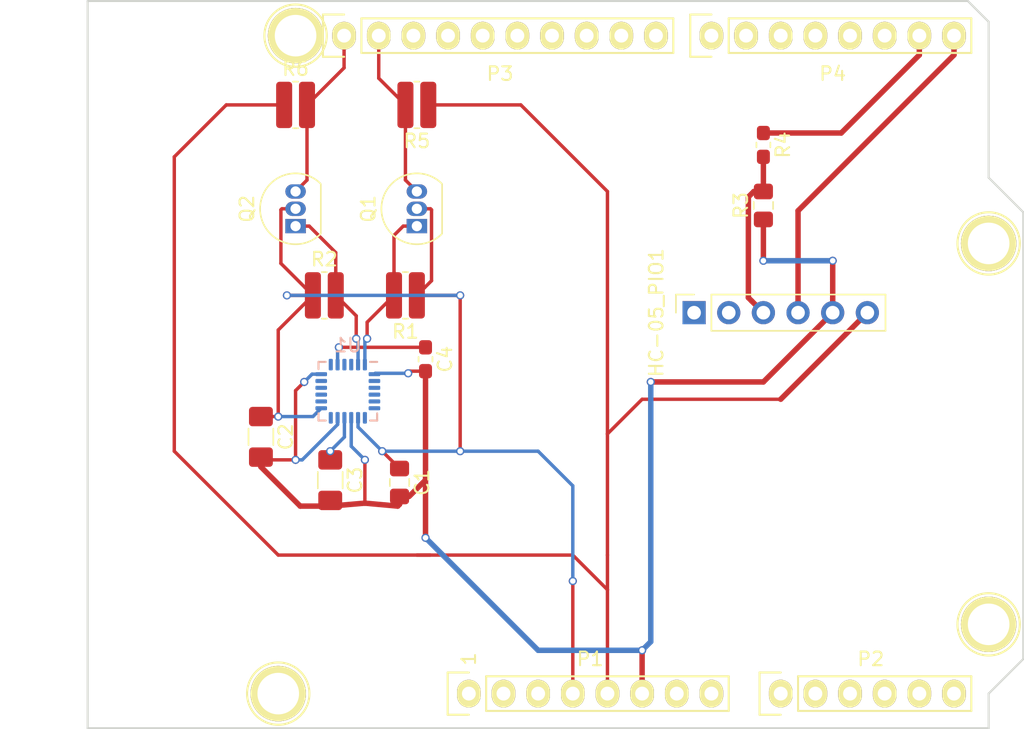
<source format=kicad_pcb>
(kicad_pcb (version 20171130) (host pcbnew "(5.1.5)-3")

  (general
    (thickness 1.6)
    (drawings 27)
    (tracks 142)
    (zones 0)
    (modules 22)
    (nets 43)
  )

  (page A4)
  (title_block
    (date "lun. 30 mars 2015")
  )

  (layers
    (0 F.Cu signal)
    (31 B.Cu signal)
    (32 B.Adhes user)
    (33 F.Adhes user)
    (34 B.Paste user)
    (35 F.Paste user)
    (36 B.SilkS user)
    (37 F.SilkS user)
    (38 B.Mask user)
    (39 F.Mask user)
    (40 Dwgs.User user)
    (41 Cmts.User user)
    (42 Eco1.User user)
    (43 Eco2.User user)
    (44 Edge.Cuts user)
    (45 Margin user)
    (46 B.CrtYd user)
    (47 F.CrtYd user)
    (48 B.Fab user)
    (49 F.Fab user)
  )

  (setup
    (last_trace_width 0.25)
    (user_trace_width 0.2)
    (user_trace_width 0.4)
    (trace_clearance 0.2)
    (zone_clearance 0.508)
    (zone_45_only no)
    (trace_min 0.2)
    (via_size 0.6)
    (via_drill 0.4)
    (via_min_size 0.4)
    (via_min_drill 0.3)
    (uvia_size 0.3)
    (uvia_drill 0.1)
    (uvias_allowed no)
    (uvia_min_size 0.2)
    (uvia_min_drill 0.1)
    (edge_width 0.15)
    (segment_width 0.15)
    (pcb_text_width 0.3)
    (pcb_text_size 1.5 1.5)
    (mod_edge_width 0.15)
    (mod_text_size 1 1)
    (mod_text_width 0.15)
    (pad_size 4.064 4.064)
    (pad_drill 3.048)
    (pad_to_mask_clearance 0)
    (aux_axis_origin 110.998 126.365)
    (grid_origin 110.998 126.365)
    (visible_elements 7FFFFFFF)
    (pcbplotparams
      (layerselection 0x00030_80000001)
      (usegerberextensions false)
      (usegerberattributes false)
      (usegerberadvancedattributes false)
      (creategerberjobfile false)
      (excludeedgelayer true)
      (linewidth 0.100000)
      (plotframeref false)
      (viasonmask false)
      (mode 1)
      (useauxorigin false)
      (hpglpennumber 1)
      (hpglpenspeed 20)
      (hpglpendiameter 15.000000)
      (psnegative false)
      (psa4output false)
      (plotreference true)
      (plotvalue true)
      (plotinvisibletext false)
      (padsonsilk false)
      (subtractmaskfromsilk false)
      (outputformat 1)
      (mirror false)
      (drillshape 1)
      (scaleselection 1)
      (outputdirectory ""))
  )

  (net 0 "")
  (net 1 /IOREF)
  (net 2 /Reset)
  (net 3 +5V)
  (net 4 GND)
  (net 5 /Vin)
  (net 6 /A0)
  (net 7 /A1)
  (net 8 /A2)
  (net 9 /A3)
  (net 10 /AREF)
  (net 11 "/A4(SDA)")
  (net 12 "/A5(SCL)")
  (net 13 "/9(**)")
  (net 14 /8)
  (net 15 /7)
  (net 16 "/6(**)")
  (net 17 "/5(**)")
  (net 18 /4)
  (net 19 "/3(**)")
  (net 20 /2)
  (net 21 "/1(Tx)")
  (net 22 "/0(Rx)")
  (net 23 "Net-(P5-Pad1)")
  (net 24 "Net-(P6-Pad1)")
  (net 25 "Net-(P7-Pad1)")
  (net 26 "Net-(P8-Pad1)")
  (net 27 "/13(SCK)")
  (net 28 "/10(**/SS)")
  (net 29 "Net-(P1-Pad1)")
  (net 30 +3V3)
  (net 31 "/12(MISO)")
  (net 32 "/11(**/MOSI)")
  (net 33 "Net-(C3-Pad1)")
  (net 34 "Net-(C4-Pad1)")
  (net 35 "Net-(HC-05_PIO1-Pad1)")
  (net 36 "Net-(HC-05_PIO1-Pad2)")
  (net 37 "Net-(HC-05_PIO1-Pad3)")
  (net 38 "Net-(Q1-Pad1)")
  (net 39 "Net-(Q2-Pad1)")
  (net 40 "Net-(U1-Pad6)")
  (net 41 "Net-(U1-Pad7)")
  (net 42 "Net-(U1-Pad12)")

  (net_class Default "This is the default net class."
    (clearance 0.2)
    (trace_width 0.25)
    (via_dia 0.6)
    (via_drill 0.4)
    (uvia_dia 0.3)
    (uvia_drill 0.1)
    (add_net +3V3)
    (add_net +5V)
    (add_net "/0(Rx)")
    (add_net "/1(Tx)")
    (add_net "/10(**/SS)")
    (add_net "/11(**/MOSI)")
    (add_net "/12(MISO)")
    (add_net "/13(SCK)")
    (add_net /2)
    (add_net "/3(**)")
    (add_net /4)
    (add_net "/5(**)")
    (add_net "/6(**)")
    (add_net /7)
    (add_net /8)
    (add_net "/9(**)")
    (add_net /A0)
    (add_net /A1)
    (add_net /A2)
    (add_net /A3)
    (add_net "/A4(SDA)")
    (add_net "/A5(SCL)")
    (add_net /AREF)
    (add_net /IOREF)
    (add_net /Reset)
    (add_net /Vin)
    (add_net GND)
    (add_net "Net-(C3-Pad1)")
    (add_net "Net-(C4-Pad1)")
    (add_net "Net-(HC-05_PIO1-Pad1)")
    (add_net "Net-(HC-05_PIO1-Pad2)")
    (add_net "Net-(HC-05_PIO1-Pad3)")
    (add_net "Net-(P1-Pad1)")
    (add_net "Net-(P5-Pad1)")
    (add_net "Net-(P6-Pad1)")
    (add_net "Net-(P7-Pad1)")
    (add_net "Net-(P8-Pad1)")
    (add_net "Net-(Q1-Pad1)")
    (add_net "Net-(Q2-Pad1)")
    (add_net "Net-(U1-Pad12)")
    (add_net "Net-(U1-Pad6)")
    (add_net "Net-(U1-Pad7)")
  )

  (module Connector_PinSocket_2.54mm:PinSocket_1x06_P2.54mm_Vertical (layer F.Cu) (tedit 5A19A430) (tstamp 5EAAF6FF)
    (at 155.448 95.885 90)
    (descr "Through hole straight socket strip, 1x06, 2.54mm pitch, single row (from Kicad 4.0.7), script generated")
    (tags "Through hole socket strip THT 1x06 2.54mm single row")
    (path /5EAA8D5B)
    (fp_text reference HC-05_PIO1 (at 0 -2.77 90) (layer F.SilkS)
      (effects (font (size 1 1) (thickness 0.15)))
    )
    (fp_text value Bluetooh_PIO (at 0 15.47 90) (layer F.Fab)
      (effects (font (size 1 1) (thickness 0.15)))
    )
    (fp_text user %R (at 0 6.35) (layer F.Fab)
      (effects (font (size 1 1) (thickness 0.15)))
    )
    (fp_line (start -1.8 14.45) (end -1.8 -1.8) (layer F.CrtYd) (width 0.05))
    (fp_line (start 1.75 14.45) (end -1.8 14.45) (layer F.CrtYd) (width 0.05))
    (fp_line (start 1.75 -1.8) (end 1.75 14.45) (layer F.CrtYd) (width 0.05))
    (fp_line (start -1.8 -1.8) (end 1.75 -1.8) (layer F.CrtYd) (width 0.05))
    (fp_line (start 0 -1.33) (end 1.33 -1.33) (layer F.SilkS) (width 0.12))
    (fp_line (start 1.33 -1.33) (end 1.33 0) (layer F.SilkS) (width 0.12))
    (fp_line (start 1.33 1.27) (end 1.33 14.03) (layer F.SilkS) (width 0.12))
    (fp_line (start -1.33 14.03) (end 1.33 14.03) (layer F.SilkS) (width 0.12))
    (fp_line (start -1.33 1.27) (end -1.33 14.03) (layer F.SilkS) (width 0.12))
    (fp_line (start -1.33 1.27) (end 1.33 1.27) (layer F.SilkS) (width 0.12))
    (fp_line (start -1.27 13.97) (end -1.27 -1.27) (layer F.Fab) (width 0.1))
    (fp_line (start 1.27 13.97) (end -1.27 13.97) (layer F.Fab) (width 0.1))
    (fp_line (start 1.27 -0.635) (end 1.27 13.97) (layer F.Fab) (width 0.1))
    (fp_line (start 0.635 -1.27) (end 1.27 -0.635) (layer F.Fab) (width 0.1))
    (fp_line (start -1.27 -1.27) (end 0.635 -1.27) (layer F.Fab) (width 0.1))
    (pad 6 thru_hole oval (at 0 12.7 90) (size 1.7 1.7) (drill 1) (layers *.Cu *.Mask)
      (net 3 +5V))
    (pad 5 thru_hole oval (at 0 10.16 90) (size 1.7 1.7) (drill 1) (layers *.Cu *.Mask)
      (net 4 GND))
    (pad 4 thru_hole oval (at 0 7.62 90) (size 1.7 1.7) (drill 1) (layers *.Cu *.Mask)
      (net 22 "/0(Rx)"))
    (pad 3 thru_hole oval (at 0 5.08 90) (size 1.7 1.7) (drill 1) (layers *.Cu *.Mask)
      (net 37 "Net-(HC-05_PIO1-Pad3)"))
    (pad 2 thru_hole oval (at 0 2.54 90) (size 1.7 1.7) (drill 1) (layers *.Cu *.Mask)
      (net 36 "Net-(HC-05_PIO1-Pad2)"))
    (pad 1 thru_hole rect (at 0 0 90) (size 1.7 1.7) (drill 1) (layers *.Cu *.Mask)
      (net 35 "Net-(HC-05_PIO1-Pad1)"))
    (model ${KISYS3DMOD}/Connector_PinSocket_2.54mm.3dshapes/PinSocket_1x06_P2.54mm_Vertical.wrl
      (at (xyz 0 0 0))
      (scale (xyz 1 1 1))
      (rotate (xyz 0 0 0))
    )
  )

  (module Socket_Arduino_Uno:Socket_Strip_Arduino_1x08 locked (layer F.Cu) (tedit 552168D2) (tstamp 551AF9EA)
    (at 138.938 123.825)
    (descr "Through hole socket strip")
    (tags "socket strip")
    (path /56D70129)
    (fp_text reference P1 (at 8.89 -2.54) (layer F.SilkS)
      (effects (font (size 1 1) (thickness 0.15)))
    )
    (fp_text value Power (at 8.89 -4.064) (layer F.Fab)
      (effects (font (size 1 1) (thickness 0.15)))
    )
    (fp_line (start -1.75 -1.75) (end -1.75 1.75) (layer F.CrtYd) (width 0.05))
    (fp_line (start 19.55 -1.75) (end 19.55 1.75) (layer F.CrtYd) (width 0.05))
    (fp_line (start -1.75 -1.75) (end 19.55 -1.75) (layer F.CrtYd) (width 0.05))
    (fp_line (start -1.75 1.75) (end 19.55 1.75) (layer F.CrtYd) (width 0.05))
    (fp_line (start 1.27 1.27) (end 19.05 1.27) (layer F.SilkS) (width 0.15))
    (fp_line (start 19.05 1.27) (end 19.05 -1.27) (layer F.SilkS) (width 0.15))
    (fp_line (start 19.05 -1.27) (end 1.27 -1.27) (layer F.SilkS) (width 0.15))
    (fp_line (start -1.55 1.55) (end 0 1.55) (layer F.SilkS) (width 0.15))
    (fp_line (start 1.27 1.27) (end 1.27 -1.27) (layer F.SilkS) (width 0.15))
    (fp_line (start 0 -1.55) (end -1.55 -1.55) (layer F.SilkS) (width 0.15))
    (fp_line (start -1.55 -1.55) (end -1.55 1.55) (layer F.SilkS) (width 0.15))
    (pad 1 thru_hole oval (at 0 0) (size 1.7272 2.032) (drill 1.016) (layers *.Cu *.Mask F.SilkS)
      (net 29 "Net-(P1-Pad1)"))
    (pad 2 thru_hole oval (at 2.54 0) (size 1.7272 2.032) (drill 1.016) (layers *.Cu *.Mask F.SilkS)
      (net 1 /IOREF))
    (pad 3 thru_hole oval (at 5.08 0) (size 1.7272 2.032) (drill 1.016) (layers *.Cu *.Mask F.SilkS)
      (net 2 /Reset))
    (pad 4 thru_hole oval (at 7.62 0) (size 1.7272 2.032) (drill 1.016) (layers *.Cu *.Mask F.SilkS)
      (net 30 +3V3))
    (pad 5 thru_hole oval (at 10.16 0) (size 1.7272 2.032) (drill 1.016) (layers *.Cu *.Mask F.SilkS)
      (net 3 +5V))
    (pad 6 thru_hole oval (at 12.7 0) (size 1.7272 2.032) (drill 1.016) (layers *.Cu *.Mask F.SilkS)
      (net 4 GND))
    (pad 7 thru_hole oval (at 15.24 0) (size 1.7272 2.032) (drill 1.016) (layers *.Cu *.Mask F.SilkS)
      (net 4 GND))
    (pad 8 thru_hole oval (at 17.78 0) (size 1.7272 2.032) (drill 1.016) (layers *.Cu *.Mask F.SilkS)
      (net 5 /Vin))
    (model ${KIPRJMOD}/Socket_Arduino_Uno.3dshapes/Socket_header_Arduino_1x08.wrl
      (offset (xyz 8.889999866485596 0 0))
      (scale (xyz 1 1 1))
      (rotate (xyz 0 0 180))
    )
  )

  (module Socket_Arduino_Uno:Socket_Strip_Arduino_1x06 locked (layer F.Cu) (tedit 552168D6) (tstamp 551AF9FF)
    (at 161.798 123.825)
    (descr "Through hole socket strip")
    (tags "socket strip")
    (path /56D70DD8)
    (fp_text reference P2 (at 6.604 -2.54) (layer F.SilkS)
      (effects (font (size 1 1) (thickness 0.15)))
    )
    (fp_text value Analog (at 6.604 -4.064) (layer F.Fab)
      (effects (font (size 1 1) (thickness 0.15)))
    )
    (fp_line (start -1.75 -1.75) (end -1.75 1.75) (layer F.CrtYd) (width 0.05))
    (fp_line (start 14.45 -1.75) (end 14.45 1.75) (layer F.CrtYd) (width 0.05))
    (fp_line (start -1.75 -1.75) (end 14.45 -1.75) (layer F.CrtYd) (width 0.05))
    (fp_line (start -1.75 1.75) (end 14.45 1.75) (layer F.CrtYd) (width 0.05))
    (fp_line (start 1.27 1.27) (end 13.97 1.27) (layer F.SilkS) (width 0.15))
    (fp_line (start 13.97 1.27) (end 13.97 -1.27) (layer F.SilkS) (width 0.15))
    (fp_line (start 13.97 -1.27) (end 1.27 -1.27) (layer F.SilkS) (width 0.15))
    (fp_line (start -1.55 1.55) (end 0 1.55) (layer F.SilkS) (width 0.15))
    (fp_line (start 1.27 1.27) (end 1.27 -1.27) (layer F.SilkS) (width 0.15))
    (fp_line (start 0 -1.55) (end -1.55 -1.55) (layer F.SilkS) (width 0.15))
    (fp_line (start -1.55 -1.55) (end -1.55 1.55) (layer F.SilkS) (width 0.15))
    (pad 1 thru_hole oval (at 0 0) (size 1.7272 2.032) (drill 1.016) (layers *.Cu *.Mask F.SilkS)
      (net 6 /A0))
    (pad 2 thru_hole oval (at 2.54 0) (size 1.7272 2.032) (drill 1.016) (layers *.Cu *.Mask F.SilkS)
      (net 7 /A1))
    (pad 3 thru_hole oval (at 5.08 0) (size 1.7272 2.032) (drill 1.016) (layers *.Cu *.Mask F.SilkS)
      (net 8 /A2))
    (pad 4 thru_hole oval (at 7.62 0) (size 1.7272 2.032) (drill 1.016) (layers *.Cu *.Mask F.SilkS)
      (net 9 /A3))
    (pad 5 thru_hole oval (at 10.16 0) (size 1.7272 2.032) (drill 1.016) (layers *.Cu *.Mask F.SilkS)
      (net 11 "/A4(SDA)"))
    (pad 6 thru_hole oval (at 12.7 0) (size 1.7272 2.032) (drill 1.016) (layers *.Cu *.Mask F.SilkS)
      (net 12 "/A5(SCL)"))
    (model ${KIPRJMOD}/Socket_Arduino_Uno.3dshapes/Socket_header_Arduino_1x06.wrl
      (offset (xyz 6.349999904632568 0 0))
      (scale (xyz 1 1 1))
      (rotate (xyz 0 0 180))
    )
  )

  (module Socket_Arduino_Uno:Socket_Strip_Arduino_1x10 locked (layer F.Cu) (tedit 552168BF) (tstamp 551AFA18)
    (at 129.794 75.565)
    (descr "Through hole socket strip")
    (tags "socket strip")
    (path /56D721E0)
    (fp_text reference P3 (at 11.43 2.794) (layer F.SilkS)
      (effects (font (size 1 1) (thickness 0.15)))
    )
    (fp_text value Digital (at 11.43 4.318) (layer F.Fab)
      (effects (font (size 1 1) (thickness 0.15)))
    )
    (fp_line (start -1.75 -1.75) (end -1.75 1.75) (layer F.CrtYd) (width 0.05))
    (fp_line (start 24.65 -1.75) (end 24.65 1.75) (layer F.CrtYd) (width 0.05))
    (fp_line (start -1.75 -1.75) (end 24.65 -1.75) (layer F.CrtYd) (width 0.05))
    (fp_line (start -1.75 1.75) (end 24.65 1.75) (layer F.CrtYd) (width 0.05))
    (fp_line (start 1.27 1.27) (end 24.13 1.27) (layer F.SilkS) (width 0.15))
    (fp_line (start 24.13 1.27) (end 24.13 -1.27) (layer F.SilkS) (width 0.15))
    (fp_line (start 24.13 -1.27) (end 1.27 -1.27) (layer F.SilkS) (width 0.15))
    (fp_line (start -1.55 1.55) (end 0 1.55) (layer F.SilkS) (width 0.15))
    (fp_line (start 1.27 1.27) (end 1.27 -1.27) (layer F.SilkS) (width 0.15))
    (fp_line (start 0 -1.55) (end -1.55 -1.55) (layer F.SilkS) (width 0.15))
    (fp_line (start -1.55 -1.55) (end -1.55 1.55) (layer F.SilkS) (width 0.15))
    (pad 1 thru_hole oval (at 0 0) (size 1.7272 2.032) (drill 1.016) (layers *.Cu *.Mask F.SilkS)
      (net 12 "/A5(SCL)"))
    (pad 2 thru_hole oval (at 2.54 0) (size 1.7272 2.032) (drill 1.016) (layers *.Cu *.Mask F.SilkS)
      (net 11 "/A4(SDA)"))
    (pad 3 thru_hole oval (at 5.08 0) (size 1.7272 2.032) (drill 1.016) (layers *.Cu *.Mask F.SilkS)
      (net 10 /AREF))
    (pad 4 thru_hole oval (at 7.62 0) (size 1.7272 2.032) (drill 1.016) (layers *.Cu *.Mask F.SilkS)
      (net 4 GND))
    (pad 5 thru_hole oval (at 10.16 0) (size 1.7272 2.032) (drill 1.016) (layers *.Cu *.Mask F.SilkS)
      (net 27 "/13(SCK)"))
    (pad 6 thru_hole oval (at 12.7 0) (size 1.7272 2.032) (drill 1.016) (layers *.Cu *.Mask F.SilkS)
      (net 31 "/12(MISO)"))
    (pad 7 thru_hole oval (at 15.24 0) (size 1.7272 2.032) (drill 1.016) (layers *.Cu *.Mask F.SilkS)
      (net 32 "/11(**/MOSI)"))
    (pad 8 thru_hole oval (at 17.78 0) (size 1.7272 2.032) (drill 1.016) (layers *.Cu *.Mask F.SilkS)
      (net 28 "/10(**/SS)"))
    (pad 9 thru_hole oval (at 20.32 0) (size 1.7272 2.032) (drill 1.016) (layers *.Cu *.Mask F.SilkS)
      (net 13 "/9(**)"))
    (pad 10 thru_hole oval (at 22.86 0) (size 1.7272 2.032) (drill 1.016) (layers *.Cu *.Mask F.SilkS)
      (net 14 /8))
    (model ${KIPRJMOD}/Socket_Arduino_Uno.3dshapes/Socket_header_Arduino_1x10.wrl
      (offset (xyz 11.42999982833862 0 0))
      (scale (xyz 1 1 1))
      (rotate (xyz 0 0 180))
    )
  )

  (module Socket_Arduino_Uno:Socket_Strip_Arduino_1x08 locked (layer F.Cu) (tedit 552168C7) (tstamp 551AFA2F)
    (at 156.718 75.565)
    (descr "Through hole socket strip")
    (tags "socket strip")
    (path /56D7164F)
    (fp_text reference P4 (at 8.89 2.794) (layer F.SilkS)
      (effects (font (size 1 1) (thickness 0.15)))
    )
    (fp_text value Digital (at 8.89 4.318) (layer F.Fab)
      (effects (font (size 1 1) (thickness 0.15)))
    )
    (fp_line (start -1.75 -1.75) (end -1.75 1.75) (layer F.CrtYd) (width 0.05))
    (fp_line (start 19.55 -1.75) (end 19.55 1.75) (layer F.CrtYd) (width 0.05))
    (fp_line (start -1.75 -1.75) (end 19.55 -1.75) (layer F.CrtYd) (width 0.05))
    (fp_line (start -1.75 1.75) (end 19.55 1.75) (layer F.CrtYd) (width 0.05))
    (fp_line (start 1.27 1.27) (end 19.05 1.27) (layer F.SilkS) (width 0.15))
    (fp_line (start 19.05 1.27) (end 19.05 -1.27) (layer F.SilkS) (width 0.15))
    (fp_line (start 19.05 -1.27) (end 1.27 -1.27) (layer F.SilkS) (width 0.15))
    (fp_line (start -1.55 1.55) (end 0 1.55) (layer F.SilkS) (width 0.15))
    (fp_line (start 1.27 1.27) (end 1.27 -1.27) (layer F.SilkS) (width 0.15))
    (fp_line (start 0 -1.55) (end -1.55 -1.55) (layer F.SilkS) (width 0.15))
    (fp_line (start -1.55 -1.55) (end -1.55 1.55) (layer F.SilkS) (width 0.15))
    (pad 1 thru_hole oval (at 0 0) (size 1.7272 2.032) (drill 1.016) (layers *.Cu *.Mask F.SilkS)
      (net 15 /7))
    (pad 2 thru_hole oval (at 2.54 0) (size 1.7272 2.032) (drill 1.016) (layers *.Cu *.Mask F.SilkS)
      (net 16 "/6(**)"))
    (pad 3 thru_hole oval (at 5.08 0) (size 1.7272 2.032) (drill 1.016) (layers *.Cu *.Mask F.SilkS)
      (net 17 "/5(**)"))
    (pad 4 thru_hole oval (at 7.62 0) (size 1.7272 2.032) (drill 1.016) (layers *.Cu *.Mask F.SilkS)
      (net 18 /4))
    (pad 5 thru_hole oval (at 10.16 0) (size 1.7272 2.032) (drill 1.016) (layers *.Cu *.Mask F.SilkS)
      (net 19 "/3(**)"))
    (pad 6 thru_hole oval (at 12.7 0) (size 1.7272 2.032) (drill 1.016) (layers *.Cu *.Mask F.SilkS)
      (net 20 /2))
    (pad 7 thru_hole oval (at 15.24 0) (size 1.7272 2.032) (drill 1.016) (layers *.Cu *.Mask F.SilkS)
      (net 21 "/1(Tx)"))
    (pad 8 thru_hole oval (at 17.78 0) (size 1.7272 2.032) (drill 1.016) (layers *.Cu *.Mask F.SilkS)
      (net 22 "/0(Rx)"))
    (model ${KIPRJMOD}/Socket_Arduino_Uno.3dshapes/Socket_header_Arduino_1x08.wrl
      (offset (xyz 8.889999866485596 0 0))
      (scale (xyz 1 1 1))
      (rotate (xyz 0 0 180))
    )
  )

  (module Socket_Arduino_Uno:Arduino_1pin locked (layer F.Cu) (tedit 5524FC39) (tstamp 5524FC3F)
    (at 124.968 123.825)
    (descr "module 1 pin (ou trou mecanique de percage)")
    (tags DEV)
    (path /56D71177)
    (fp_text reference P5 (at 0 -3.048) (layer F.SilkS) hide
      (effects (font (size 1 1) (thickness 0.15)))
    )
    (fp_text value CONN_01X01 (at 0 2.794) (layer F.Fab) hide
      (effects (font (size 1 1) (thickness 0.15)))
    )
    (fp_circle (center 0 0) (end 0 -2.286) (layer F.SilkS) (width 0.15))
    (pad 1 thru_hole circle (at 0 0) (size 4.064 4.064) (drill 3.048) (layers *.Cu *.Mask F.SilkS)
      (net 23 "Net-(P5-Pad1)"))
  )

  (module Socket_Arduino_Uno:Arduino_1pin locked (layer F.Cu) (tedit 5524FC4A) (tstamp 5524FC44)
    (at 177.038 118.745)
    (descr "module 1 pin (ou trou mecanique de percage)")
    (tags DEV)
    (path /56D71274)
    (fp_text reference P6 (at 0 -3.048) (layer F.SilkS) hide
      (effects (font (size 1 1) (thickness 0.15)))
    )
    (fp_text value CONN_01X01 (at 0 2.794) (layer F.Fab) hide
      (effects (font (size 1 1) (thickness 0.15)))
    )
    (fp_circle (center 0 0) (end 0 -2.286) (layer F.SilkS) (width 0.15))
    (pad 1 thru_hole circle (at 0 0) (size 4.064 4.064) (drill 3.048) (layers *.Cu *.Mask F.SilkS)
      (net 24 "Net-(P6-Pad1)"))
  )

  (module Socket_Arduino_Uno:Arduino_1pin locked (layer F.Cu) (tedit 5524FC2F) (tstamp 5524FC49)
    (at 126.238 75.565)
    (descr "module 1 pin (ou trou mecanique de percage)")
    (tags DEV)
    (path /56D712A8)
    (fp_text reference P7 (at 0 -3.048) (layer F.SilkS) hide
      (effects (font (size 1 1) (thickness 0.15)))
    )
    (fp_text value CONN_01X01 (at 0 2.794) (layer F.Fab) hide
      (effects (font (size 1 1) (thickness 0.15)))
    )
    (fp_circle (center 0 0) (end 0 -2.286) (layer F.SilkS) (width 0.15))
    (pad 1 thru_hole circle (at 0 0) (size 4.064 4.064) (drill 3.048) (layers *.Cu *.Mask F.SilkS)
      (net 25 "Net-(P7-Pad1)"))
  )

  (module Socket_Arduino_Uno:Arduino_1pin locked (layer F.Cu) (tedit 5524FC41) (tstamp 5524FC4E)
    (at 177.038 90.805)
    (descr "module 1 pin (ou trou mecanique de percage)")
    (tags DEV)
    (path /56D712DB)
    (fp_text reference P8 (at 0 -3.048) (layer F.SilkS) hide
      (effects (font (size 1 1) (thickness 0.15)))
    )
    (fp_text value CONN_01X01 (at 0 2.794) (layer F.Fab) hide
      (effects (font (size 1 1) (thickness 0.15)))
    )
    (fp_circle (center 0 0) (end 0 -2.286) (layer F.SilkS) (width 0.15))
    (pad 1 thru_hole circle (at 0 0) (size 4.064 4.064) (drill 3.048) (layers *.Cu *.Mask F.SilkS)
      (net 26 "Net-(P8-Pad1)"))
  )

  (module Capacitor_SMD:C_0805_2012Metric_Pad1.15x1.40mm_HandSolder (layer F.Cu) (tedit 5B36C52B) (tstamp 5EAAF6B2)
    (at 133.858 108.34 270)
    (descr "Capacitor SMD 0805 (2012 Metric), square (rectangular) end terminal, IPC_7351 nominal with elongated pad for handsoldering. (Body size source: https://docs.google.com/spreadsheets/d/1BsfQQcO9C6DZCsRaXUlFlo91Tg2WpOkGARC1WS5S8t0/edit?usp=sharing), generated with kicad-footprint-generator")
    (tags "capacitor handsolder")
    (path /5EAAE5D6)
    (attr smd)
    (fp_text reference C1 (at 0 -1.65 90) (layer F.SilkS)
      (effects (font (size 1 1) (thickness 0.15)))
    )
    (fp_text value 10nF (at 0 1.65 90) (layer F.Fab)
      (effects (font (size 1 1) (thickness 0.15)))
    )
    (fp_line (start -1 0.6) (end -1 -0.6) (layer F.Fab) (width 0.1))
    (fp_line (start -1 -0.6) (end 1 -0.6) (layer F.Fab) (width 0.1))
    (fp_line (start 1 -0.6) (end 1 0.6) (layer F.Fab) (width 0.1))
    (fp_line (start 1 0.6) (end -1 0.6) (layer F.Fab) (width 0.1))
    (fp_line (start -0.261252 -0.71) (end 0.261252 -0.71) (layer F.SilkS) (width 0.12))
    (fp_line (start -0.261252 0.71) (end 0.261252 0.71) (layer F.SilkS) (width 0.12))
    (fp_line (start -1.85 0.95) (end -1.85 -0.95) (layer F.CrtYd) (width 0.05))
    (fp_line (start -1.85 -0.95) (end 1.85 -0.95) (layer F.CrtYd) (width 0.05))
    (fp_line (start 1.85 -0.95) (end 1.85 0.95) (layer F.CrtYd) (width 0.05))
    (fp_line (start 1.85 0.95) (end -1.85 0.95) (layer F.CrtYd) (width 0.05))
    (fp_text user %R (at 0 0 90) (layer F.Fab)
      (effects (font (size 0.5 0.5) (thickness 0.08)))
    )
    (pad 1 smd roundrect (at -1.025 0 270) (size 1.15 1.4) (layers F.Cu F.Paste F.Mask) (roundrect_rratio 0.217391)
      (net 30 +3V3))
    (pad 2 smd roundrect (at 1.025 0 270) (size 1.15 1.4) (layers F.Cu F.Paste F.Mask) (roundrect_rratio 0.217391)
      (net 4 GND))
    (model ${KISYS3DMOD}/Capacitor_SMD.3dshapes/C_0805_2012Metric.wrl
      (at (xyz 0 0 0))
      (scale (xyz 1 1 1))
      (rotate (xyz 0 0 0))
    )
  )

  (module Capacitor_SMD:C_1206_3216Metric_Pad1.42x1.75mm_HandSolder (layer F.Cu) (tedit 5B301BBE) (tstamp 5EAAF6C3)
    (at 123.698 104.9925 270)
    (descr "Capacitor SMD 1206 (3216 Metric), square (rectangular) end terminal, IPC_7351 nominal with elongated pad for handsoldering. (Body size source: http://www.tortai-tech.com/upload/download/2011102023233369053.pdf), generated with kicad-footprint-generator")
    (tags "capacitor handsolder")
    (path /5EAADD7B)
    (attr smd)
    (fp_text reference C2 (at 0 -1.82 90) (layer F.SilkS)
      (effects (font (size 1 1) (thickness 0.15)))
    )
    (fp_text value 0.1uF (at 0 1.82 90) (layer F.Fab)
      (effects (font (size 1 1) (thickness 0.15)))
    )
    (fp_text user %R (at 0 0 90) (layer F.Fab)
      (effects (font (size 0.8 0.8) (thickness 0.12)))
    )
    (fp_line (start 2.45 1.12) (end -2.45 1.12) (layer F.CrtYd) (width 0.05))
    (fp_line (start 2.45 -1.12) (end 2.45 1.12) (layer F.CrtYd) (width 0.05))
    (fp_line (start -2.45 -1.12) (end 2.45 -1.12) (layer F.CrtYd) (width 0.05))
    (fp_line (start -2.45 1.12) (end -2.45 -1.12) (layer F.CrtYd) (width 0.05))
    (fp_line (start -0.602064 0.91) (end 0.602064 0.91) (layer F.SilkS) (width 0.12))
    (fp_line (start -0.602064 -0.91) (end 0.602064 -0.91) (layer F.SilkS) (width 0.12))
    (fp_line (start 1.6 0.8) (end -1.6 0.8) (layer F.Fab) (width 0.1))
    (fp_line (start 1.6 -0.8) (end 1.6 0.8) (layer F.Fab) (width 0.1))
    (fp_line (start -1.6 -0.8) (end 1.6 -0.8) (layer F.Fab) (width 0.1))
    (fp_line (start -1.6 0.8) (end -1.6 -0.8) (layer F.Fab) (width 0.1))
    (pad 2 smd roundrect (at 1.4875 0 270) (size 1.425 1.75) (layers F.Cu F.Paste F.Mask) (roundrect_rratio 0.175439)
      (net 4 GND))
    (pad 1 smd roundrect (at -1.4875 0 270) (size 1.425 1.75) (layers F.Cu F.Paste F.Mask) (roundrect_rratio 0.175439)
      (net 30 +3V3))
    (model ${KISYS3DMOD}/Capacitor_SMD.3dshapes/C_1206_3216Metric.wrl
      (at (xyz 0 0 0))
      (scale (xyz 1 1 1))
      (rotate (xyz 0 0 0))
    )
  )

  (module Capacitor_SMD:C_1206_3216Metric_Pad1.42x1.75mm_HandSolder (layer F.Cu) (tedit 5B301BBE) (tstamp 5EAAFE48)
    (at 128.778 108.1675 270)
    (descr "Capacitor SMD 1206 (3216 Metric), square (rectangular) end terminal, IPC_7351 nominal with elongated pad for handsoldering. (Body size source: http://www.tortai-tech.com/upload/download/2011102023233369053.pdf), generated with kicad-footprint-generator")
    (tags "capacitor handsolder")
    (path /5EABE241)
    (attr smd)
    (fp_text reference C3 (at 0 -1.82 90) (layer F.SilkS)
      (effects (font (size 1 1) (thickness 0.15)))
    )
    (fp_text value 0.1uF (at 0 1.82 90) (layer F.Fab)
      (effects (font (size 1 1) (thickness 0.15)))
    )
    (fp_line (start -1.6 0.8) (end -1.6 -0.8) (layer F.Fab) (width 0.1))
    (fp_line (start -1.6 -0.8) (end 1.6 -0.8) (layer F.Fab) (width 0.1))
    (fp_line (start 1.6 -0.8) (end 1.6 0.8) (layer F.Fab) (width 0.1))
    (fp_line (start 1.6 0.8) (end -1.6 0.8) (layer F.Fab) (width 0.1))
    (fp_line (start -0.602064 -0.91) (end 0.602064 -0.91) (layer F.SilkS) (width 0.12))
    (fp_line (start -0.602064 0.91) (end 0.602064 0.91) (layer F.SilkS) (width 0.12))
    (fp_line (start -2.45 1.12) (end -2.45 -1.12) (layer F.CrtYd) (width 0.05))
    (fp_line (start -2.45 -1.12) (end 2.45 -1.12) (layer F.CrtYd) (width 0.05))
    (fp_line (start 2.45 -1.12) (end 2.45 1.12) (layer F.CrtYd) (width 0.05))
    (fp_line (start 2.45 1.12) (end -2.45 1.12) (layer F.CrtYd) (width 0.05))
    (fp_text user %R (at 0 0 90) (layer F.Fab)
      (effects (font (size 0.8 0.8) (thickness 0.12)))
    )
    (pad 1 smd roundrect (at -1.4875 0 270) (size 1.425 1.75) (layers F.Cu F.Paste F.Mask) (roundrect_rratio 0.175439)
      (net 33 "Net-(C3-Pad1)"))
    (pad 2 smd roundrect (at 1.4875 0 270) (size 1.425 1.75) (layers F.Cu F.Paste F.Mask) (roundrect_rratio 0.175439)
      (net 4 GND))
    (model ${KISYS3DMOD}/Capacitor_SMD.3dshapes/C_1206_3216Metric.wrl
      (at (xyz 0 0 0))
      (scale (xyz 1 1 1))
      (rotate (xyz 0 0 0))
    )
  )

  (module Capacitor_SMD:C_0603_1608Metric_Pad1.05x0.95mm_HandSolder (layer F.Cu) (tedit 5B301BBE) (tstamp 5EAAF6E5)
    (at 135.763 99.3 270)
    (descr "Capacitor SMD 0603 (1608 Metric), square (rectangular) end terminal, IPC_7351 nominal with elongated pad for handsoldering. (Body size source: http://www.tortai-tech.com/upload/download/2011102023233369053.pdf), generated with kicad-footprint-generator")
    (tags "capacitor handsolder")
    (path /5EABDDAD)
    (attr smd)
    (fp_text reference C4 (at 0 -1.43 90) (layer F.SilkS)
      (effects (font (size 1 1) (thickness 0.15)))
    )
    (fp_text value 2.2nF (at 0 1.43 90) (layer F.Fab)
      (effects (font (size 1 1) (thickness 0.15)))
    )
    (fp_line (start -0.8 0.4) (end -0.8 -0.4) (layer F.Fab) (width 0.1))
    (fp_line (start -0.8 -0.4) (end 0.8 -0.4) (layer F.Fab) (width 0.1))
    (fp_line (start 0.8 -0.4) (end 0.8 0.4) (layer F.Fab) (width 0.1))
    (fp_line (start 0.8 0.4) (end -0.8 0.4) (layer F.Fab) (width 0.1))
    (fp_line (start -0.171267 -0.51) (end 0.171267 -0.51) (layer F.SilkS) (width 0.12))
    (fp_line (start -0.171267 0.51) (end 0.171267 0.51) (layer F.SilkS) (width 0.12))
    (fp_line (start -1.65 0.73) (end -1.65 -0.73) (layer F.CrtYd) (width 0.05))
    (fp_line (start -1.65 -0.73) (end 1.65 -0.73) (layer F.CrtYd) (width 0.05))
    (fp_line (start 1.65 -0.73) (end 1.65 0.73) (layer F.CrtYd) (width 0.05))
    (fp_line (start 1.65 0.73) (end -1.65 0.73) (layer F.CrtYd) (width 0.05))
    (fp_text user %R (at 0 0 90) (layer F.Fab)
      (effects (font (size 0.4 0.4) (thickness 0.06)))
    )
    (pad 1 smd roundrect (at -0.875 0 270) (size 1.05 0.95) (layers F.Cu F.Paste F.Mask) (roundrect_rratio 0.25)
      (net 34 "Net-(C4-Pad1)"))
    (pad 2 smd roundrect (at 0.875 0 270) (size 1.05 0.95) (layers F.Cu F.Paste F.Mask) (roundrect_rratio 0.25)
      (net 4 GND))
    (model ${KISYS3DMOD}/Capacitor_SMD.3dshapes/C_0603_1608Metric.wrl
      (at (xyz 0 0 0))
      (scale (xyz 1 1 1))
      (rotate (xyz 0 0 0))
    )
  )

  (module Package_TO_SOT_THT:TO-92_Inline (layer F.Cu) (tedit 5A1DD157) (tstamp 5EAAF711)
    (at 135.128 89.535 90)
    (descr "TO-92 leads in-line, narrow, oval pads, drill 0.75mm (see NXP sot054_po.pdf)")
    (tags "to-92 sc-43 sc-43a sot54 PA33 transistor")
    (path /5EABA114)
    (fp_text reference Q1 (at 1.27 -3.56 90) (layer F.SilkS)
      (effects (font (size 1 1) (thickness 0.15)))
    )
    (fp_text value 2N7000 (at 1.27 2.79 90) (layer F.Fab)
      (effects (font (size 1 1) (thickness 0.15)))
    )
    (fp_text user %R (at 1.27 -3.56 90) (layer F.Fab)
      (effects (font (size 1 1) (thickness 0.15)))
    )
    (fp_line (start -0.53 1.85) (end 3.07 1.85) (layer F.SilkS) (width 0.12))
    (fp_line (start -0.5 1.75) (end 3 1.75) (layer F.Fab) (width 0.1))
    (fp_line (start -1.46 -2.73) (end 4 -2.73) (layer F.CrtYd) (width 0.05))
    (fp_line (start -1.46 -2.73) (end -1.46 2.01) (layer F.CrtYd) (width 0.05))
    (fp_line (start 4 2.01) (end 4 -2.73) (layer F.CrtYd) (width 0.05))
    (fp_line (start 4 2.01) (end -1.46 2.01) (layer F.CrtYd) (width 0.05))
    (fp_arc (start 1.27 0) (end 1.27 -2.48) (angle 135) (layer F.Fab) (width 0.1))
    (fp_arc (start 1.27 0) (end 1.27 -2.6) (angle -135) (layer F.SilkS) (width 0.12))
    (fp_arc (start 1.27 0) (end 1.27 -2.48) (angle -135) (layer F.Fab) (width 0.1))
    (fp_arc (start 1.27 0) (end 1.27 -2.6) (angle 135) (layer F.SilkS) (width 0.12))
    (pad 2 thru_hole oval (at 1.27 0 90) (size 1.05 1.5) (drill 0.75) (layers *.Cu *.Mask)
      (net 30 +3V3))
    (pad 3 thru_hole oval (at 2.54 0 90) (size 1.05 1.5) (drill 0.75) (layers *.Cu *.Mask)
      (net 11 "/A4(SDA)"))
    (pad 1 thru_hole rect (at 0 0 90) (size 1.05 1.5) (drill 0.75) (layers *.Cu *.Mask)
      (net 38 "Net-(Q1-Pad1)"))
    (model ${KISYS3DMOD}/Package_TO_SOT_THT.3dshapes/TO-92_Inline.wrl
      (at (xyz 0 0 0))
      (scale (xyz 1 1 1))
      (rotate (xyz 0 0 0))
    )
  )

  (module Package_TO_SOT_THT:TO-92_Inline (layer F.Cu) (tedit 5A1DD157) (tstamp 5EAAF723)
    (at 126.238 89.535 90)
    (descr "TO-92 leads in-line, narrow, oval pads, drill 0.75mm (see NXP sot054_po.pdf)")
    (tags "to-92 sc-43 sc-43a sot54 PA33 transistor")
    (path /5EABADA7)
    (fp_text reference Q2 (at 1.27 -3.56 90) (layer F.SilkS)
      (effects (font (size 1 1) (thickness 0.15)))
    )
    (fp_text value 2N7000 (at 1.27 2.79 90) (layer F.Fab)
      (effects (font (size 1 1) (thickness 0.15)))
    )
    (fp_arc (start 1.27 0) (end 1.27 -2.6) (angle 135) (layer F.SilkS) (width 0.12))
    (fp_arc (start 1.27 0) (end 1.27 -2.48) (angle -135) (layer F.Fab) (width 0.1))
    (fp_arc (start 1.27 0) (end 1.27 -2.6) (angle -135) (layer F.SilkS) (width 0.12))
    (fp_arc (start 1.27 0) (end 1.27 -2.48) (angle 135) (layer F.Fab) (width 0.1))
    (fp_line (start 4 2.01) (end -1.46 2.01) (layer F.CrtYd) (width 0.05))
    (fp_line (start 4 2.01) (end 4 -2.73) (layer F.CrtYd) (width 0.05))
    (fp_line (start -1.46 -2.73) (end -1.46 2.01) (layer F.CrtYd) (width 0.05))
    (fp_line (start -1.46 -2.73) (end 4 -2.73) (layer F.CrtYd) (width 0.05))
    (fp_line (start -0.5 1.75) (end 3 1.75) (layer F.Fab) (width 0.1))
    (fp_line (start -0.53 1.85) (end 3.07 1.85) (layer F.SilkS) (width 0.12))
    (fp_text user %R (at 1.27 -3.56 90) (layer F.Fab)
      (effects (font (size 1 1) (thickness 0.15)))
    )
    (pad 1 thru_hole rect (at 0 0 90) (size 1.05 1.5) (drill 0.75) (layers *.Cu *.Mask)
      (net 39 "Net-(Q2-Pad1)"))
    (pad 3 thru_hole oval (at 2.54 0 90) (size 1.05 1.5) (drill 0.75) (layers *.Cu *.Mask)
      (net 12 "/A5(SCL)"))
    (pad 2 thru_hole oval (at 1.27 0 90) (size 1.05 1.5) (drill 0.75) (layers *.Cu *.Mask)
      (net 30 +3V3))
    (model ${KISYS3DMOD}/Package_TO_SOT_THT.3dshapes/TO-92_Inline.wrl
      (at (xyz 0 0 0))
      (scale (xyz 1 1 1))
      (rotate (xyz 0 0 0))
    )
  )

  (module Resistor_SMD:R_0612_1632Metric_Pad1.18x3.40mm_HandSolder (layer F.Cu) (tedit 5B301BBD) (tstamp 5EAAF734)
    (at 134.2905 94.615 180)
    (descr "Resistor SMD 0612 (1632 Metric), square (rectangular) end terminal, IPC_7351 nominal with elongated pad for handsoldering. (Body size source: https://www.vishay.com/docs/20019/rcwe.pdf), generated with kicad-footprint-generator")
    (tags "resistor handsolder")
    (path /5EAE7C24)
    (attr smd)
    (fp_text reference R1 (at 0 -2.65) (layer F.SilkS)
      (effects (font (size 1 1) (thickness 0.15)))
    )
    (fp_text value 10kΩ (at 0 2.65) (layer F.Fab)
      (effects (font (size 1 1) (thickness 0.15)))
    )
    (fp_line (start -0.8 1.6) (end -0.8 -1.6) (layer F.Fab) (width 0.1))
    (fp_line (start -0.8 -1.6) (end 0.8 -1.6) (layer F.Fab) (width 0.1))
    (fp_line (start 0.8 -1.6) (end 0.8 1.6) (layer F.Fab) (width 0.1))
    (fp_line (start 0.8 1.6) (end -0.8 1.6) (layer F.Fab) (width 0.1))
    (fp_line (start -0.182983 -1.71) (end 0.182983 -1.71) (layer F.SilkS) (width 0.12))
    (fp_line (start -0.182983 1.71) (end 0.182983 1.71) (layer F.SilkS) (width 0.12))
    (fp_line (start -1.68 1.95) (end -1.68 -1.95) (layer F.CrtYd) (width 0.05))
    (fp_line (start -1.68 -1.95) (end 1.68 -1.95) (layer F.CrtYd) (width 0.05))
    (fp_line (start 1.68 -1.95) (end 1.68 1.95) (layer F.CrtYd) (width 0.05))
    (fp_line (start 1.68 1.95) (end -1.68 1.95) (layer F.CrtYd) (width 0.05))
    (fp_text user %R (at 0 0) (layer F.Fab)
      (effects (font (size 0.4 0.4) (thickness 0.06)))
    )
    (pad 1 smd roundrect (at -0.8375 0 180) (size 1.175 3.4) (layers F.Cu F.Paste F.Mask) (roundrect_rratio 0.212766)
      (net 30 +3V3))
    (pad 2 smd roundrect (at 0.8375 0 180) (size 1.175 3.4) (layers F.Cu F.Paste F.Mask) (roundrect_rratio 0.212766)
      (net 38 "Net-(Q1-Pad1)"))
    (model ${KISYS3DMOD}/Resistor_SMD.3dshapes/R_0612_1632Metric.wrl
      (at (xyz 0 0 0))
      (scale (xyz 1 1 1))
      (rotate (xyz 0 0 0))
    )
  )

  (module Resistor_SMD:R_0612_1632Metric_Pad1.18x3.40mm_HandSolder (layer F.Cu) (tedit 5B301BBD) (tstamp 5EAAF745)
    (at 128.3455 94.615)
    (descr "Resistor SMD 0612 (1632 Metric), square (rectangular) end terminal, IPC_7351 nominal with elongated pad for handsoldering. (Body size source: https://www.vishay.com/docs/20019/rcwe.pdf), generated with kicad-footprint-generator")
    (tags "resistor handsolder")
    (path /5EAF0777)
    (attr smd)
    (fp_text reference R2 (at 0 -2.65) (layer F.SilkS)
      (effects (font (size 1 1) (thickness 0.15)))
    )
    (fp_text value 10kΩ (at 0 2.65) (layer F.Fab)
      (effects (font (size 1 1) (thickness 0.15)))
    )
    (fp_line (start -0.8 1.6) (end -0.8 -1.6) (layer F.Fab) (width 0.1))
    (fp_line (start -0.8 -1.6) (end 0.8 -1.6) (layer F.Fab) (width 0.1))
    (fp_line (start 0.8 -1.6) (end 0.8 1.6) (layer F.Fab) (width 0.1))
    (fp_line (start 0.8 1.6) (end -0.8 1.6) (layer F.Fab) (width 0.1))
    (fp_line (start -0.182983 -1.71) (end 0.182983 -1.71) (layer F.SilkS) (width 0.12))
    (fp_line (start -0.182983 1.71) (end 0.182983 1.71) (layer F.SilkS) (width 0.12))
    (fp_line (start -1.68 1.95) (end -1.68 -1.95) (layer F.CrtYd) (width 0.05))
    (fp_line (start -1.68 -1.95) (end 1.68 -1.95) (layer F.CrtYd) (width 0.05))
    (fp_line (start 1.68 -1.95) (end 1.68 1.95) (layer F.CrtYd) (width 0.05))
    (fp_line (start 1.68 1.95) (end -1.68 1.95) (layer F.CrtYd) (width 0.05))
    (fp_text user %R (at 0 0) (layer F.Fab)
      (effects (font (size 0.4 0.4) (thickness 0.06)))
    )
    (pad 1 smd roundrect (at -0.8375 0) (size 1.175 3.4) (layers F.Cu F.Paste F.Mask) (roundrect_rratio 0.212766)
      (net 30 +3V3))
    (pad 2 smd roundrect (at 0.8375 0) (size 1.175 3.4) (layers F.Cu F.Paste F.Mask) (roundrect_rratio 0.212766)
      (net 39 "Net-(Q2-Pad1)"))
    (model ${KISYS3DMOD}/Resistor_SMD.3dshapes/R_0612_1632Metric.wrl
      (at (xyz 0 0 0))
      (scale (xyz 1 1 1))
      (rotate (xyz 0 0 0))
    )
  )

  (module Resistor_SMD:R_0805_2012Metric_Pad1.15x1.40mm_HandSolder (layer F.Cu) (tedit 5B36C52B) (tstamp 5EAAF756)
    (at 160.528 88.02 90)
    (descr "Resistor SMD 0805 (2012 Metric), square (rectangular) end terminal, IPC_7351 nominal with elongated pad for handsoldering. (Body size source: https://docs.google.com/spreadsheets/d/1BsfQQcO9C6DZCsRaXUlFlo91Tg2WpOkGARC1WS5S8t0/edit?usp=sharing), generated with kicad-footprint-generator")
    (tags "resistor handsolder")
    (path /5EAB7768)
    (attr smd)
    (fp_text reference R3 (at 0 -1.65 90) (layer F.SilkS)
      (effects (font (size 1 1) (thickness 0.15)))
    )
    (fp_text value 2kΩ (at 0 1.65 90) (layer F.Fab)
      (effects (font (size 1 1) (thickness 0.15)))
    )
    (fp_line (start -1 0.6) (end -1 -0.6) (layer F.Fab) (width 0.1))
    (fp_line (start -1 -0.6) (end 1 -0.6) (layer F.Fab) (width 0.1))
    (fp_line (start 1 -0.6) (end 1 0.6) (layer F.Fab) (width 0.1))
    (fp_line (start 1 0.6) (end -1 0.6) (layer F.Fab) (width 0.1))
    (fp_line (start -0.261252 -0.71) (end 0.261252 -0.71) (layer F.SilkS) (width 0.12))
    (fp_line (start -0.261252 0.71) (end 0.261252 0.71) (layer F.SilkS) (width 0.12))
    (fp_line (start -1.85 0.95) (end -1.85 -0.95) (layer F.CrtYd) (width 0.05))
    (fp_line (start -1.85 -0.95) (end 1.85 -0.95) (layer F.CrtYd) (width 0.05))
    (fp_line (start 1.85 -0.95) (end 1.85 0.95) (layer F.CrtYd) (width 0.05))
    (fp_line (start 1.85 0.95) (end -1.85 0.95) (layer F.CrtYd) (width 0.05))
    (fp_text user %R (at 0 0 90) (layer F.Fab)
      (effects (font (size 0.5 0.5) (thickness 0.08)))
    )
    (pad 1 smd roundrect (at -1.025 0 90) (size 1.15 1.4) (layers F.Cu F.Paste F.Mask) (roundrect_rratio 0.217391)
      (net 4 GND))
    (pad 2 smd roundrect (at 1.025 0 90) (size 1.15 1.4) (layers F.Cu F.Paste F.Mask) (roundrect_rratio 0.217391)
      (net 37 "Net-(HC-05_PIO1-Pad3)"))
    (model ${KISYS3DMOD}/Resistor_SMD.3dshapes/R_0805_2012Metric.wrl
      (at (xyz 0 0 0))
      (scale (xyz 1 1 1))
      (rotate (xyz 0 0 0))
    )
  )

  (module Resistor_SMD:R_0603_1608Metric_Pad1.05x0.95mm_HandSolder (layer F.Cu) (tedit 5B301BBD) (tstamp 5EAAF767)
    (at 160.528 83.58 270)
    (descr "Resistor SMD 0603 (1608 Metric), square (rectangular) end terminal, IPC_7351 nominal with elongated pad for handsoldering. (Body size source: http://www.tortai-tech.com/upload/download/2011102023233369053.pdf), generated with kicad-footprint-generator")
    (tags "resistor handsolder")
    (path /5EAB9AFC)
    (attr smd)
    (fp_text reference R4 (at 0 -1.43 90) (layer F.SilkS)
      (effects (font (size 1 1) (thickness 0.15)))
    )
    (fp_text value 1kΩ (at 0 1.43 90) (layer F.Fab)
      (effects (font (size 1 1) (thickness 0.15)))
    )
    (fp_line (start -0.8 0.4) (end -0.8 -0.4) (layer F.Fab) (width 0.1))
    (fp_line (start -0.8 -0.4) (end 0.8 -0.4) (layer F.Fab) (width 0.1))
    (fp_line (start 0.8 -0.4) (end 0.8 0.4) (layer F.Fab) (width 0.1))
    (fp_line (start 0.8 0.4) (end -0.8 0.4) (layer F.Fab) (width 0.1))
    (fp_line (start -0.171267 -0.51) (end 0.171267 -0.51) (layer F.SilkS) (width 0.12))
    (fp_line (start -0.171267 0.51) (end 0.171267 0.51) (layer F.SilkS) (width 0.12))
    (fp_line (start -1.65 0.73) (end -1.65 -0.73) (layer F.CrtYd) (width 0.05))
    (fp_line (start -1.65 -0.73) (end 1.65 -0.73) (layer F.CrtYd) (width 0.05))
    (fp_line (start 1.65 -0.73) (end 1.65 0.73) (layer F.CrtYd) (width 0.05))
    (fp_line (start 1.65 0.73) (end -1.65 0.73) (layer F.CrtYd) (width 0.05))
    (fp_text user %R (at 0 0 90) (layer F.Fab)
      (effects (font (size 0.4 0.4) (thickness 0.06)))
    )
    (pad 1 smd roundrect (at -0.875 0 270) (size 1.05 0.95) (layers F.Cu F.Paste F.Mask) (roundrect_rratio 0.25)
      (net 21 "/1(Tx)"))
    (pad 2 smd roundrect (at 0.875 0 270) (size 1.05 0.95) (layers F.Cu F.Paste F.Mask) (roundrect_rratio 0.25)
      (net 37 "Net-(HC-05_PIO1-Pad3)"))
    (model ${KISYS3DMOD}/Resistor_SMD.3dshapes/R_0603_1608Metric.wrl
      (at (xyz 0 0 0))
      (scale (xyz 1 1 1))
      (rotate (xyz 0 0 0))
    )
  )

  (module Resistor_SMD:R_0612_1632Metric_Pad1.18x3.40mm_HandSolder (layer F.Cu) (tedit 5B301BBD) (tstamp 5EAAF778)
    (at 135.128 80.645 180)
    (descr "Resistor SMD 0612 (1632 Metric), square (rectangular) end terminal, IPC_7351 nominal with elongated pad for handsoldering. (Body size source: https://www.vishay.com/docs/20019/rcwe.pdf), generated with kicad-footprint-generator")
    (tags "resistor handsolder")
    (path /5EAF622B)
    (attr smd)
    (fp_text reference R5 (at 0 -2.65) (layer F.SilkS)
      (effects (font (size 1 1) (thickness 0.15)))
    )
    (fp_text value 10kΩ (at 0 2.65) (layer F.Fab)
      (effects (font (size 1 1) (thickness 0.15)))
    )
    (fp_line (start -0.8 1.6) (end -0.8 -1.6) (layer F.Fab) (width 0.1))
    (fp_line (start -0.8 -1.6) (end 0.8 -1.6) (layer F.Fab) (width 0.1))
    (fp_line (start 0.8 -1.6) (end 0.8 1.6) (layer F.Fab) (width 0.1))
    (fp_line (start 0.8 1.6) (end -0.8 1.6) (layer F.Fab) (width 0.1))
    (fp_line (start -0.182983 -1.71) (end 0.182983 -1.71) (layer F.SilkS) (width 0.12))
    (fp_line (start -0.182983 1.71) (end 0.182983 1.71) (layer F.SilkS) (width 0.12))
    (fp_line (start -1.68 1.95) (end -1.68 -1.95) (layer F.CrtYd) (width 0.05))
    (fp_line (start -1.68 -1.95) (end 1.68 -1.95) (layer F.CrtYd) (width 0.05))
    (fp_line (start 1.68 -1.95) (end 1.68 1.95) (layer F.CrtYd) (width 0.05))
    (fp_line (start 1.68 1.95) (end -1.68 1.95) (layer F.CrtYd) (width 0.05))
    (fp_text user %R (at 0 0) (layer F.Fab)
      (effects (font (size 0.4 0.4) (thickness 0.06)))
    )
    (pad 1 smd roundrect (at -0.8375 0 180) (size 1.175 3.4) (layers F.Cu F.Paste F.Mask) (roundrect_rratio 0.212766)
      (net 3 +5V))
    (pad 2 smd roundrect (at 0.8375 0 180) (size 1.175 3.4) (layers F.Cu F.Paste F.Mask) (roundrect_rratio 0.212766)
      (net 11 "/A4(SDA)"))
    (model ${KISYS3DMOD}/Resistor_SMD.3dshapes/R_0612_1632Metric.wrl
      (at (xyz 0 0 0))
      (scale (xyz 1 1 1))
      (rotate (xyz 0 0 0))
    )
  )

  (module Resistor_SMD:R_0612_1632Metric_Pad1.18x3.40mm_HandSolder (layer F.Cu) (tedit 5B301BBD) (tstamp 5EAAF789)
    (at 126.238 80.645)
    (descr "Resistor SMD 0612 (1632 Metric), square (rectangular) end terminal, IPC_7351 nominal with elongated pad for handsoldering. (Body size source: https://www.vishay.com/docs/20019/rcwe.pdf), generated with kicad-footprint-generator")
    (tags "resistor handsolder")
    (path /5EAF6BDC)
    (attr smd)
    (fp_text reference R6 (at 0 -2.65) (layer F.SilkS)
      (effects (font (size 1 1) (thickness 0.15)))
    )
    (fp_text value 10kΩ (at 0 2.65) (layer F.Fab)
      (effects (font (size 1 1) (thickness 0.15)))
    )
    (fp_line (start -0.8 1.6) (end -0.8 -1.6) (layer F.Fab) (width 0.1))
    (fp_line (start -0.8 -1.6) (end 0.8 -1.6) (layer F.Fab) (width 0.1))
    (fp_line (start 0.8 -1.6) (end 0.8 1.6) (layer F.Fab) (width 0.1))
    (fp_line (start 0.8 1.6) (end -0.8 1.6) (layer F.Fab) (width 0.1))
    (fp_line (start -0.182983 -1.71) (end 0.182983 -1.71) (layer F.SilkS) (width 0.12))
    (fp_line (start -0.182983 1.71) (end 0.182983 1.71) (layer F.SilkS) (width 0.12))
    (fp_line (start -1.68 1.95) (end -1.68 -1.95) (layer F.CrtYd) (width 0.05))
    (fp_line (start -1.68 -1.95) (end 1.68 -1.95) (layer F.CrtYd) (width 0.05))
    (fp_line (start 1.68 -1.95) (end 1.68 1.95) (layer F.CrtYd) (width 0.05))
    (fp_line (start 1.68 1.95) (end -1.68 1.95) (layer F.CrtYd) (width 0.05))
    (fp_text user %R (at 0 0) (layer F.Fab)
      (effects (font (size 0.4 0.4) (thickness 0.06)))
    )
    (pad 1 smd roundrect (at -0.8375 0) (size 1.175 3.4) (layers F.Cu F.Paste F.Mask) (roundrect_rratio 0.212766)
      (net 3 +5V))
    (pad 2 smd roundrect (at 0.8375 0) (size 1.175 3.4) (layers F.Cu F.Paste F.Mask) (roundrect_rratio 0.212766)
      (net 12 "/A5(SCL)"))
    (model ${KISYS3DMOD}/Resistor_SMD.3dshapes/R_0612_1632Metric.wrl
      (at (xyz 0 0 0))
      (scale (xyz 1 1 1))
      (rotate (xyz 0 0 0))
    )
  )

  (module Sensor_Motion:InvenSense_QFN-24_4x4mm_P0.5mm (layer B.Cu) (tedit 5B5A6D8E) (tstamp 5EAAF7C8)
    (at 130.068 101.645 180)
    (descr "24-Lead Plastic QFN (4mm x 4mm); Pitch 0.5mm; EP 2.7x2.6mm; for InvenSense motion sensors; keepout area marked (Package see: https://store.invensense.com/datasheets/invensense/MPU-6050_DataSheet_V3%204.pdf; See also https://www.invensense.com/wp-content/uploads/2015/02/InvenSense-MEMS-Handling.pdf)")
    (tags "QFN 0.5")
    (path /5EA88EF4)
    (attr smd)
    (fp_text reference U1 (at 0 3.375) (layer B.SilkS)
      (effects (font (size 1 1) (thickness 0.15)) (justify mirror))
    )
    (fp_text value MPU-6050 (at 0 -3.375) (layer B.Fab)
      (effects (font (size 1 1) (thickness 0.15)) (justify mirror))
    )
    (fp_text user %R (at 0 0) (layer B.Fab)
      (effects (font (size 1 1) (thickness 0.15)) (justify mirror))
    )
    (fp_line (start -1 2) (end 2 2) (layer B.Fab) (width 0.15))
    (fp_line (start 2 2) (end 2 -2) (layer B.Fab) (width 0.15))
    (fp_line (start 2 -2) (end -2 -2) (layer B.Fab) (width 0.15))
    (fp_line (start -2 -2) (end -2 1) (layer B.Fab) (width 0.15))
    (fp_line (start -2 1) (end -1 2) (layer B.Fab) (width 0.15))
    (fp_line (start -2.65 2.65) (end -2.65 -2.65) (layer B.CrtYd) (width 0.05))
    (fp_line (start 2.65 2.65) (end 2.65 -2.65) (layer B.CrtYd) (width 0.05))
    (fp_line (start -2.65 2.65) (end 2.65 2.65) (layer B.CrtYd) (width 0.05))
    (fp_line (start -2.65 -2.65) (end 2.65 -2.65) (layer B.CrtYd) (width 0.05))
    (fp_line (start 2.15 2.15) (end 2.15 1.625) (layer B.SilkS) (width 0.15))
    (fp_line (start -2.15 -2.15) (end -2.15 -1.625) (layer B.SilkS) (width 0.15))
    (fp_line (start 2.15 -2.15) (end 2.15 -1.625) (layer B.SilkS) (width 0.15))
    (fp_line (start -2.15 2.15) (end -1.625 2.15) (layer B.SilkS) (width 0.15))
    (fp_line (start -2.15 -2.15) (end -1.625 -2.15) (layer B.SilkS) (width 0.15))
    (fp_line (start 2.15 -2.15) (end 1.625 -2.15) (layer B.SilkS) (width 0.15))
    (fp_line (start 2.15 2.15) (end 1.625 2.15) (layer B.SilkS) (width 0.15))
    (fp_line (start 1.375 -1.325) (end 1.375 1.325) (layer Dwgs.User) (width 0.05))
    (fp_line (start -1.375 -1.325) (end -1.375 1.325) (layer Dwgs.User) (width 0.05))
    (fp_line (start 1.375 1.325) (end -1.375 1.325) (layer Dwgs.User) (width 0.05))
    (fp_line (start 1.375 -1.325) (end -1.375 -1.325) (layer Dwgs.User) (width 0.05))
    (fp_line (start 1.375 -0.825) (end 0.875 -1.325) (layer Dwgs.User) (width 0.05))
    (fp_line (start 1.375 -0.325) (end 0.375 -1.325) (layer Dwgs.User) (width 0.05))
    (fp_line (start 1.375 0.175) (end -0.125 -1.325) (layer Dwgs.User) (width 0.05))
    (fp_line (start 1.375 0.675) (end -0.625 -1.325) (layer Dwgs.User) (width 0.05))
    (fp_line (start 1.375 1.175) (end -1.125 -1.325) (layer Dwgs.User) (width 0.05))
    (fp_line (start 1.025 1.325) (end -1.375 -1.075) (layer Dwgs.User) (width 0.05))
    (fp_line (start 0.525 1.325) (end -1.375 -0.575) (layer Dwgs.User) (width 0.05))
    (fp_line (start 0.025 1.325) (end -1.375 -0.075) (layer Dwgs.User) (width 0.05))
    (fp_line (start -0.475 1.325) (end -1.375 0.425) (layer Dwgs.User) (width 0.05))
    (fp_line (start -0.975 1.325) (end -1.375 0.925) (layer Dwgs.User) (width 0.05))
    (fp_text user KEEPOUT (at 0 0.5) (layer Cmts.User)
      (effects (font (size 0.2 0.2) (thickness 0.04)))
    )
    (fp_text user "No Copper" (at 0 0.1) (layer Cmts.User)
      (effects (font (size 0.2 0.2) (thickness 0.04)))
    )
    (fp_text user "Directly Below" (at 0 -0.25) (layer Cmts.User)
      (effects (font (size 0.2 0.2) (thickness 0.04)))
    )
    (fp_text user Component (at 0 -0.55) (layer Cmts.User)
      (effects (font (size 0.2 0.2) (thickness 0.04)))
    )
    (pad 1 smd roundrect (at -1.95 1.25 180) (size 0.85 0.3) (layers B.Cu B.Paste B.Mask) (roundrect_rratio 0.25)
      (net 4 GND))
    (pad 2 smd roundrect (at -1.95 0.75 180) (size 0.85 0.3) (layers B.Cu B.Paste B.Mask) (roundrect_rratio 0.25))
    (pad 3 smd roundrect (at -1.95 0.25 180) (size 0.85 0.3) (layers B.Cu B.Paste B.Mask) (roundrect_rratio 0.25))
    (pad 4 smd roundrect (at -1.95 -0.25 180) (size 0.85 0.3) (layers B.Cu B.Paste B.Mask) (roundrect_rratio 0.25))
    (pad 5 smd roundrect (at -1.95 -0.75 180) (size 0.85 0.3) (layers B.Cu B.Paste B.Mask) (roundrect_rratio 0.25))
    (pad 6 smd roundrect (at -1.95 -1.25 180) (size 0.85 0.3) (layers B.Cu B.Paste B.Mask) (roundrect_rratio 0.25)
      (net 40 "Net-(U1-Pad6)"))
    (pad 7 smd roundrect (at -1.25 -1.95 90) (size 0.85 0.3) (layers B.Cu B.Paste B.Mask) (roundrect_rratio 0.25)
      (net 41 "Net-(U1-Pad7)"))
    (pad 8 smd roundrect (at -0.75 -1.95 90) (size 0.85 0.3) (layers B.Cu B.Paste B.Mask) (roundrect_rratio 0.25)
      (net 30 +3V3))
    (pad 9 smd roundrect (at -0.25 -1.95 90) (size 0.85 0.3) (layers B.Cu B.Paste B.Mask) (roundrect_rratio 0.25)
      (net 4 GND))
    (pad 10 smd roundrect (at 0.25 -1.95 90) (size 0.85 0.3) (layers B.Cu B.Paste B.Mask) (roundrect_rratio 0.25)
      (net 33 "Net-(C3-Pad1)"))
    (pad 11 smd roundrect (at 0.75 -1.95 90) (size 0.85 0.3) (layers B.Cu B.Paste B.Mask) (roundrect_rratio 0.25)
      (net 4 GND))
    (pad 12 smd roundrect (at 1.25 -1.95 90) (size 0.85 0.3) (layers B.Cu B.Paste B.Mask) (roundrect_rratio 0.25)
      (net 42 "Net-(U1-Pad12)"))
    (pad 13 smd roundrect (at 1.95 -1.25 180) (size 0.85 0.3) (layers B.Cu B.Paste B.Mask) (roundrect_rratio 0.25)
      (net 30 +3V3))
    (pad 14 smd roundrect (at 1.95 -0.75 180) (size 0.85 0.3) (layers B.Cu B.Paste B.Mask) (roundrect_rratio 0.25))
    (pad 15 smd roundrect (at 1.95 -0.25 180) (size 0.85 0.3) (layers B.Cu B.Paste B.Mask) (roundrect_rratio 0.25))
    (pad 16 smd roundrect (at 1.95 0.25 180) (size 0.85 0.3) (layers B.Cu B.Paste B.Mask) (roundrect_rratio 0.25))
    (pad 17 smd roundrect (at 1.95 0.75 180) (size 0.85 0.3) (layers B.Cu B.Paste B.Mask) (roundrect_rratio 0.25))
    (pad 18 smd roundrect (at 1.95 1.25 180) (size 0.85 0.3) (layers B.Cu B.Paste B.Mask) (roundrect_rratio 0.25)
      (net 4 GND))
    (pad 19 smd roundrect (at 1.25 1.95 90) (size 0.85 0.3) (layers B.Cu B.Paste B.Mask) (roundrect_rratio 0.25))
    (pad 20 smd roundrect (at 0.75 1.95 90) (size 0.85 0.3) (layers B.Cu B.Paste B.Mask) (roundrect_rratio 0.25)
      (net 34 "Net-(C4-Pad1)"))
    (pad 21 smd roundrect (at 0.25 1.95 90) (size 0.85 0.3) (layers B.Cu B.Paste B.Mask) (roundrect_rratio 0.25))
    (pad 22 smd roundrect (at -0.25 1.95 90) (size 0.85 0.3) (layers B.Cu B.Paste B.Mask) (roundrect_rratio 0.25))
    (pad 23 smd roundrect (at -0.75 1.95 90) (size 0.85 0.3) (layers B.Cu B.Paste B.Mask) (roundrect_rratio 0.25)
      (net 39 "Net-(Q2-Pad1)"))
    (pad 24 smd roundrect (at -1.25 1.95 90) (size 0.85 0.3) (layers B.Cu B.Paste B.Mask) (roundrect_rratio 0.25)
      (net 38 "Net-(Q1-Pad1)"))
    (model ${KISYS3DMOD}/Package_DFN_QFN.3dshapes/QFN-24-1EP_4x4mm_P0.5mm_EP2.7x2.6mm.wrl
      (at (xyz 0 0 0))
      (scale (xyz 1 1 1))
      (rotate (xyz 0 0 0))
    )
  )

  (gr_text 1 (at 138.938 121.285 90) (layer F.SilkS)
    (effects (font (size 1 1) (thickness 0.15)))
  )
  (gr_circle (center 117.348 76.962) (end 118.618 76.962) (layer Dwgs.User) (width 0.15))
  (gr_line (start 114.427 78.994) (end 114.427 74.93) (angle 90) (layer Dwgs.User) (width 0.15))
  (gr_line (start 120.269 78.994) (end 114.427 78.994) (angle 90) (layer Dwgs.User) (width 0.15))
  (gr_line (start 120.269 74.93) (end 120.269 78.994) (angle 90) (layer Dwgs.User) (width 0.15))
  (gr_line (start 114.427 74.93) (end 120.269 74.93) (angle 90) (layer Dwgs.User) (width 0.15))
  (gr_line (start 120.523 93.98) (end 104.648 93.98) (angle 90) (layer Dwgs.User) (width 0.15))
  (gr_line (start 177.038 74.549) (end 175.514 73.025) (angle 90) (layer Edge.Cuts) (width 0.15))
  (gr_line (start 177.038 85.979) (end 177.038 74.549) (angle 90) (layer Edge.Cuts) (width 0.15))
  (gr_line (start 179.578 88.519) (end 177.038 85.979) (angle 90) (layer Edge.Cuts) (width 0.15))
  (gr_line (start 179.578 121.285) (end 179.578 88.519) (angle 90) (layer Edge.Cuts) (width 0.15))
  (gr_line (start 177.038 123.825) (end 179.578 121.285) (angle 90) (layer Edge.Cuts) (width 0.15))
  (gr_line (start 177.038 126.365) (end 177.038 123.825) (angle 90) (layer Edge.Cuts) (width 0.15))
  (gr_line (start 110.998 126.365) (end 177.038 126.365) (angle 90) (layer Edge.Cuts) (width 0.15))
  (gr_line (start 110.998 73.025) (end 110.998 126.365) (angle 90) (layer Edge.Cuts) (width 0.15))
  (gr_line (start 175.514 73.025) (end 110.998 73.025) (angle 90) (layer Edge.Cuts) (width 0.15))
  (gr_line (start 173.355 102.235) (end 173.355 94.615) (angle 90) (layer Dwgs.User) (width 0.15))
  (gr_line (start 178.435 102.235) (end 173.355 102.235) (angle 90) (layer Dwgs.User) (width 0.15))
  (gr_line (start 178.435 94.615) (end 178.435 102.235) (angle 90) (layer Dwgs.User) (width 0.15))
  (gr_line (start 173.355 94.615) (end 178.435 94.615) (angle 90) (layer Dwgs.User) (width 0.15))
  (gr_line (start 109.093 123.19) (end 109.093 114.3) (angle 90) (layer Dwgs.User) (width 0.15))
  (gr_line (start 122.428 123.19) (end 109.093 123.19) (angle 90) (layer Dwgs.User) (width 0.15))
  (gr_line (start 122.428 114.3) (end 122.428 123.19) (angle 90) (layer Dwgs.User) (width 0.15))
  (gr_line (start 109.093 114.3) (end 122.428 114.3) (angle 90) (layer Dwgs.User) (width 0.15))
  (gr_line (start 104.648 93.98) (end 104.648 82.55) (angle 90) (layer Dwgs.User) (width 0.15))
  (gr_line (start 120.523 82.55) (end 120.523 93.98) (angle 90) (layer Dwgs.User) (width 0.15))
  (gr_line (start 104.648 82.55) (end 120.523 82.55) (angle 90) (layer Dwgs.User) (width 0.15))

  (segment (start 125.4005 80.645) (end 121.158 80.645) (width 0.25) (layer F.Cu) (net 3))
  (segment (start 168.148 95.885) (end 161.798 102.235) (width 0.4) (layer F.Cu) (net 3))
  (segment (start 136.107998 113.665) (end 124.968 113.665) (width 0.25) (layer F.Cu) (net 3))
  (segment (start 124.968 113.665) (end 117.348 106.045) (width 0.25) (layer F.Cu) (net 3))
  (segment (start 117.348 106.045) (end 117.348 84.455) (width 0.25) (layer F.Cu) (net 3))
  (segment (start 117.348 84.455) (end 121.158 80.645) (width 0.25) (layer F.Cu) (net 3))
  (segment (start 142.748 80.645) (end 135.9655 80.645) (width 0.25) (layer F.Cu) (net 3))
  (segment (start 149.098 86.995) (end 142.748 80.645) (width 0.25) (layer F.Cu) (net 3))
  (segment (start 151.638 102.235) (end 149.098 104.775) (width 0.25) (layer F.Cu) (net 3))
  (segment (start 161.798 102.235) (end 151.638 102.235) (width 0.25) (layer F.Cu) (net 3))
  (segment (start 149.098 113.665) (end 149.098 104.775) (width 0.25) (layer F.Cu) (net 3))
  (segment (start 149.098 104.775) (end 149.098 86.995) (width 0.25) (layer F.Cu) (net 3))
  (segment (start 149.098 116.205) (end 149.098 123.825) (width 0.25) (layer F.Cu) (net 3))
  (segment (start 149.098 116.205) (end 146.558 113.665) (width 0.25) (layer F.Cu) (net 3))
  (segment (start 149.098 113.665) (end 149.098 116.205) (width 0.25) (layer F.Cu) (net 3))
  (segment (start 146.558 113.665) (end 135.128 113.665) (width 0.25) (layer F.Cu) (net 3))
  (segment (start 123.698 107.1925) (end 123.698 106.48) (width 0.4) (layer F.Cu) (net 4))
  (segment (start 133.858 109.94) (end 133.858 109.365) (width 0.4) (layer F.Cu) (net 4))
  (segment (start 133.7255 110.0725) (end 133.858 109.94) (width 0.4) (layer F.Cu) (net 4))
  (via (at 134.493 100.33) (size 0.6) (drill 0.4) (layers F.Cu B.Cu) (net 4))
  (segment (start 135.763 100.175) (end 134.648 100.175) (width 0.25) (layer F.Cu) (net 4))
  (segment (start 134.648 100.175) (end 134.493 100.33) (width 0.25) (layer F.Cu) (net 4))
  (segment (start 132.083 100.33) (end 132.018 100.395) (width 0.25) (layer B.Cu) (net 4))
  (segment (start 134.493 100.33) (end 132.083 100.33) (width 0.25) (layer B.Cu) (net 4))
  (segment (start 135.763 100.7) (end 135.763 100.175) (width 0.25) (layer F.Cu) (net 4))
  (segment (start 135.763 108.16) (end 135.763 100.7) (width 0.4) (layer F.Cu) (net 4))
  (segment (start 134.558 109.365) (end 135.763 108.16) (width 0.4) (layer F.Cu) (net 4))
  (segment (start 133.858 109.365) (end 134.558 109.365) (width 0.25) (layer F.Cu) (net 4))
  (via (at 131.318 106.68) (size 0.6) (drill 0.4) (layers F.Cu B.Cu) (net 4))
  (segment (start 130.318 103.595) (end 130.318 105.68) (width 0.25) (layer B.Cu) (net 4))
  (segment (start 130.318 105.68) (end 131.318 106.68) (width 0.25) (layer B.Cu) (net 4))
  (segment (start 131.318 106.68) (end 131.318 109.855) (width 0.25) (layer F.Cu) (net 4))
  (segment (start 131.318 109.855) (end 133.7255 110.0725) (width 0.4) (layer F.Cu) (net 4))
  (segment (start 126.578 110.0725) (end 123.698 107.1925) (width 0.4) (layer F.Cu) (net 4))
  (segment (start 128.778 110.0725) (end 126.578 110.0725) (width 0.4) (layer F.Cu) (net 4))
  (segment (start 128.778 110.0725) (end 131.318 109.855) (width 0.4) (layer F.Cu) (net 4))
  (via (at 126.238 106.68) (size 0.6) (drill 0.4) (layers F.Cu B.Cu) (net 4))
  (segment (start 126.723702 106.68) (end 126.238 106.68) (width 0.25) (layer B.Cu) (net 4))
  (segment (start 129.318 103.595) (end 129.318 104.085702) (width 0.25) (layer B.Cu) (net 4))
  (segment (start 129.318 104.085702) (end 126.723702 106.68) (width 0.25) (layer B.Cu) (net 4))
  (segment (start 123.898 106.68) (end 123.698 106.48) (width 0.25) (layer F.Cu) (net 4))
  (segment (start 126.238 106.68) (end 123.898 106.68) (width 0.25) (layer F.Cu) (net 4))
  (via (at 126.873 100.965) (size 0.6) (drill 0.4) (layers F.Cu B.Cu) (net 4))
  (segment (start 128.118 100.395) (end 127.443 100.395) (width 0.25) (layer B.Cu) (net 4))
  (segment (start 127.443 100.395) (end 126.873 100.965) (width 0.25) (layer B.Cu) (net 4))
  (segment (start 126.238 101.6) (end 126.238 106.68) (width 0.25) (layer F.Cu) (net 4))
  (segment (start 126.873 100.965) (end 126.238 101.6) (width 0.25) (layer F.Cu) (net 4))
  (via (at 135.763 112.395) (size 0.6) (drill 0.4) (layers F.Cu B.Cu) (net 4))
  (segment (start 135.763 108.16) (end 135.763 112.395) (width 0.4) (layer F.Cu) (net 4))
  (via (at 151.638 120.65) (size 0.6) (drill 0.4) (layers F.Cu B.Cu) (net 4))
  (segment (start 135.763 112.395) (end 144.018 120.65) (width 0.4) (layer B.Cu) (net 4))
  (segment (start 144.018 120.65) (end 151.638 120.65) (width 0.4) (layer B.Cu) (net 4))
  (segment (start 151.638 120.65) (end 151.638 123.825) (width 0.4) (layer F.Cu) (net 4))
  (via (at 165.608 92.075) (size 0.6) (drill 0.4) (layers F.Cu B.Cu) (net 4))
  (segment (start 165.608 95.885) (end 165.608 92.075) (width 0.4) (layer F.Cu) (net 4))
  (via (at 160.528 92.075) (size 0.6) (drill 0.4) (layers F.Cu B.Cu) (net 4))
  (segment (start 165.608 92.075) (end 160.528 92.075) (width 0.4) (layer B.Cu) (net 4))
  (segment (start 160.528 92.075) (end 160.528 89.045) (width 0.4) (layer F.Cu) (net 4))
  (segment (start 165.608 95.885) (end 160.528 100.965) (width 0.4) (layer F.Cu) (net 4))
  (via (at 152.273 100.965) (size 0.6) (drill 0.4) (layers F.Cu B.Cu) (net 4))
  (segment (start 160.528 100.965) (end 152.273 100.965) (width 0.4) (layer F.Cu) (net 4))
  (segment (start 152.273 120.015) (end 151.638 120.65) (width 0.4) (layer B.Cu) (net 4))
  (segment (start 152.273 100.965) (end 152.273 120.015) (width 0.4) (layer B.Cu) (net 4))
  (segment (start 132.334 78.6885) (end 134.2905 80.645) (width 0.25) (layer F.Cu) (net 11))
  (segment (start 132.334 75.565) (end 132.334 78.6885) (width 0.25) (layer F.Cu) (net 11))
  (segment (start 134.2905 86.1575) (end 135.128 86.995) (width 0.25) (layer F.Cu) (net 11))
  (segment (start 134.2905 80.645) (end 134.2905 86.1575) (width 0.25) (layer F.Cu) (net 11))
  (segment (start 129.794 77.9265) (end 127.0755 80.645) (width 0.25) (layer F.Cu) (net 12))
  (segment (start 129.794 75.565) (end 129.794 77.9265) (width 0.25) (layer F.Cu) (net 12))
  (segment (start 127.0755 80.645) (end 127.0755 86.1575) (width 0.25) (layer F.Cu) (net 12))
  (segment (start 127.0755 86.1575) (end 126.238 86.995) (width 0.25) (layer F.Cu) (net 12))
  (segment (start 171.958 76.981) (end 171.958 75.565) (width 0.4) (layer F.Cu) (net 21))
  (segment (start 166.234 82.705) (end 171.958 76.981) (width 0.4) (layer F.Cu) (net 21))
  (segment (start 160.528 82.705) (end 166.234 82.705) (width 0.4) (layer F.Cu) (net 21))
  (segment (start 174.498 76.981) (end 163.068 88.411) (width 0.4) (layer F.Cu) (net 22))
  (segment (start 174.498 75.565) (end 174.498 76.981) (width 0.4) (layer F.Cu) (net 22))
  (segment (start 163.068 88.411) (end 163.068 95.885) (width 0.4) (layer F.Cu) (net 22))
  (segment (start 136.203001 93.539999) (end 135.7155 94.0275) (width 0.25) (layer F.Cu) (net 30))
  (segment (start 135.7155 94.0275) (end 135.128 94.615) (width 0.25) (layer F.Cu) (net 30))
  (segment (start 136.128 88.265) (end 136.203001 88.340001) (width 0.25) (layer F.Cu) (net 30))
  (segment (start 136.203001 88.340001) (end 136.203001 93.539999) (width 0.25) (layer F.Cu) (net 30))
  (segment (start 135.128 88.265) (end 136.128 88.265) (width 0.25) (layer F.Cu) (net 30))
  (segment (start 125.162999 88.340001) (end 125.162999 92.269999) (width 0.25) (layer F.Cu) (net 30))
  (segment (start 125.238 88.265) (end 125.162999 88.340001) (width 0.25) (layer F.Cu) (net 30))
  (segment (start 126.9205 94.0275) (end 127.508 94.615) (width 0.25) (layer F.Cu) (net 30))
  (segment (start 125.162999 92.269999) (end 126.9205 94.0275) (width 0.25) (layer F.Cu) (net 30))
  (segment (start 126.238 88.265) (end 125.238 88.265) (width 0.25) (layer F.Cu) (net 30))
  (via (at 124.968 103.505) (size 0.6) (drill 0.4) (layers F.Cu B.Cu) (net 30))
  (segment (start 123.698 103.505) (end 124.968 103.505) (width 0.25) (layer F.Cu) (net 30))
  (segment (start 127.508 103.505) (end 128.118 102.895) (width 0.25) (layer B.Cu) (net 30))
  (segment (start 124.968 103.505) (end 127.508 103.505) (width 0.25) (layer B.Cu) (net 30))
  (via (at 132.588 106.045) (size 0.6) (drill 0.4) (layers F.Cu B.Cu) (net 30))
  (segment (start 133.858 107.315) (end 132.588 106.045) (width 0.25) (layer F.Cu) (net 30))
  (segment (start 130.818 104.275) (end 130.818 103.595) (width 0.25) (layer B.Cu) (net 30))
  (segment (start 132.588 106.045) (end 130.818 104.275) (width 0.25) (layer B.Cu) (net 30))
  (segment (start 124.968 97.155) (end 124.968 103.505) (width 0.25) (layer F.Cu) (net 30))
  (segment (start 127.508 94.615) (end 124.968 97.155) (width 0.25) (layer F.Cu) (net 30))
  (via (at 146.558 115.57) (size 0.6) (drill 0.4) (layers F.Cu B.Cu) (net 30))
  (segment (start 146.558 123.825) (end 146.558 115.57) (width 0.25) (layer F.Cu) (net 30))
  (segment (start 146.558 115.57) (end 146.558 108.585) (width 0.25) (layer B.Cu) (net 30))
  (segment (start 146.558 108.585) (end 144.018 106.045) (width 0.25) (layer B.Cu) (net 30))
  (via (at 125.603 94.615) (size 0.6) (drill 0.4) (layers F.Cu B.Cu) (net 30))
  (segment (start 127.508 94.615) (end 125.603 94.615) (width 0.25) (layer F.Cu) (net 30))
  (via (at 138.303 94.615) (size 0.6) (drill 0.4) (layers F.Cu B.Cu) (net 30))
  (segment (start 125.603 94.615) (end 138.303 94.615) (width 0.25) (layer B.Cu) (net 30))
  (segment (start 138.303 94.615) (end 135.128 94.615) (width 0.25) (layer F.Cu) (net 30))
  (via (at 138.303 106.045) (size 0.6) (drill 0.4) (layers F.Cu B.Cu) (net 30))
  (segment (start 138.303 94.615) (end 138.303 106.045) (width 0.25) (layer F.Cu) (net 30))
  (segment (start 144.018 106.045) (end 138.303 106.045) (width 0.25) (layer B.Cu) (net 30))
  (segment (start 138.303 106.045) (end 132.588 106.045) (width 0.25) (layer B.Cu) (net 30))
  (via (at 128.778 106.045) (size 0.6) (drill 0.4) (layers F.Cu B.Cu) (net 33))
  (segment (start 128.778 107.0975) (end 128.778 106.045) (width 0.25) (layer F.Cu) (net 33))
  (segment (start 129.818 105.005) (end 129.818 103.595) (width 0.25) (layer B.Cu) (net 33))
  (segment (start 128.778 106.045) (end 129.818 105.005) (width 0.25) (layer B.Cu) (net 33))
  (via (at 129.413 98.425) (size 0.6) (drill 0.4) (layers F.Cu B.Cu) (net 34))
  (segment (start 135.763 98.425) (end 129.413 98.425) (width 0.25) (layer F.Cu) (net 34))
  (segment (start 129.318 98.52) (end 129.318 99.695) (width 0.25) (layer B.Cu) (net 34))
  (segment (start 129.413 98.425) (end 129.318 98.52) (width 0.25) (layer B.Cu) (net 34))
  (segment (start 160.528 84.455) (end 160.528 86.995) (width 0.4) (layer F.Cu) (net 37))
  (segment (start 159.678001 95.035001) (end 160.528 95.885) (width 0.4) (layer F.Cu) (net 37))
  (segment (start 159.42799 87.39501) (end 159.42799 94.78499) (width 0.4) (layer F.Cu) (net 37))
  (segment (start 159.828 86.995) (end 159.42799 87.39501) (width 0.4) (layer F.Cu) (net 37))
  (segment (start 159.42799 94.78499) (end 159.678001 95.035001) (width 0.4) (layer F.Cu) (net 37))
  (segment (start 160.528 86.995) (end 159.828 86.995) (width 0.4) (layer F.Cu) (net 37))
  (segment (start 133.453 92.915) (end 133.453 94.615) (width 0.25) (layer F.Cu) (net 38))
  (segment (start 133.453 90.21) (end 133.453 92.915) (width 0.25) (layer F.Cu) (net 38))
  (segment (start 134.128 89.535) (end 133.453 90.21) (width 0.25) (layer F.Cu) (net 38))
  (segment (start 135.128 89.535) (end 134.128 89.535) (width 0.25) (layer F.Cu) (net 38))
  (segment (start 131.318 99.695) (end 131.318 97.79) (width 0.25) (layer B.Cu) (net 38))
  (via (at 131.483003 97.79) (size 0.6) (drill 0.4) (layers F.Cu B.Cu) (net 38))
  (segment (start 131.318 97.79) (end 131.483003 97.79) (width 0.25) (layer B.Cu) (net 38))
  (segment (start 131.483003 96.584997) (end 133.453 94.615) (width 0.25) (layer F.Cu) (net 38))
  (segment (start 131.483003 97.79) (end 131.483003 96.584997) (width 0.25) (layer F.Cu) (net 38))
  (segment (start 129.183 92.915) (end 129.183 94.615) (width 0.25) (layer F.Cu) (net 39))
  (segment (start 129.183 91.48) (end 129.183 92.915) (width 0.25) (layer F.Cu) (net 39))
  (segment (start 127.238 89.535) (end 129.183 91.48) (width 0.25) (layer F.Cu) (net 39))
  (segment (start 126.238 89.535) (end 127.238 89.535) (width 0.25) (layer F.Cu) (net 39))
  (segment (start 129.183 94.615) (end 130.683 96.115) (width 0.25) (layer F.Cu) (net 39))
  (segment (start 130.683 96.115) (end 130.683 97.79) (width 0.25) (layer F.Cu) (net 39))
  (via (at 130.683 97.79) (size 0.6) (drill 0.4) (layers F.Cu B.Cu) (net 39))
  (segment (start 130.818 97.925) (end 130.818 99.695) (width 0.25) (layer B.Cu) (net 39))
  (segment (start 130.683 97.79) (end 130.818 97.925) (width 0.25) (layer B.Cu) (net 39))

)

</source>
